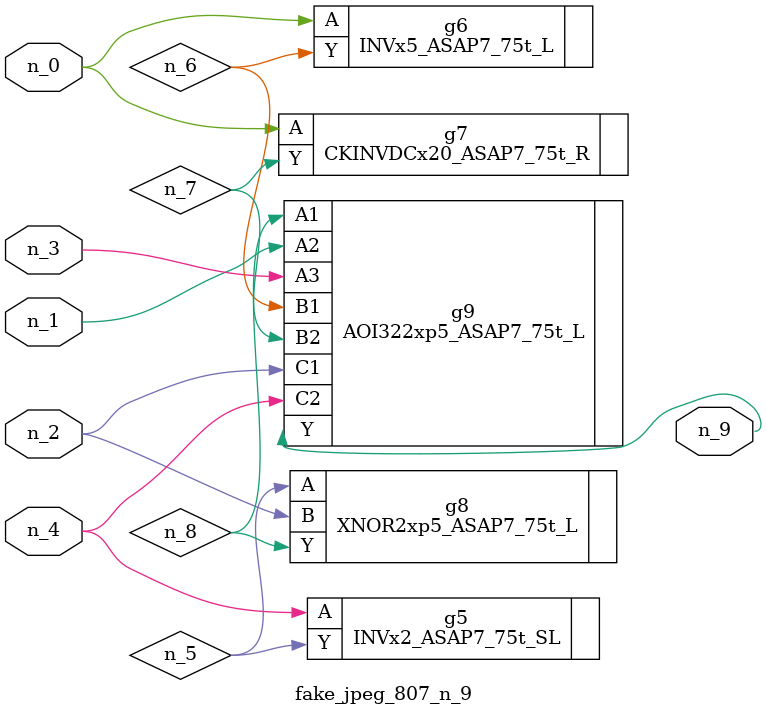
<source format=v>
module fake_jpeg_807_n_9 (n_3, n_2, n_1, n_0, n_4, n_9);

input n_3;
input n_2;
input n_1;
input n_0;
input n_4;

output n_9;

wire n_8;
wire n_6;
wire n_5;
wire n_7;

INVx2_ASAP7_75t_SL g5 ( 
.A(n_4),
.Y(n_5)
);

INVx5_ASAP7_75t_L g6 ( 
.A(n_0),
.Y(n_6)
);

CKINVDCx20_ASAP7_75t_R g7 ( 
.A(n_0),
.Y(n_7)
);

XNOR2xp5_ASAP7_75t_L g8 ( 
.A(n_5),
.B(n_2),
.Y(n_8)
);

AOI322xp5_ASAP7_75t_L g9 ( 
.A1(n_8),
.A2(n_1),
.A3(n_3),
.B1(n_6),
.B2(n_7),
.C1(n_2),
.C2(n_4),
.Y(n_9)
);


endmodule
</source>
